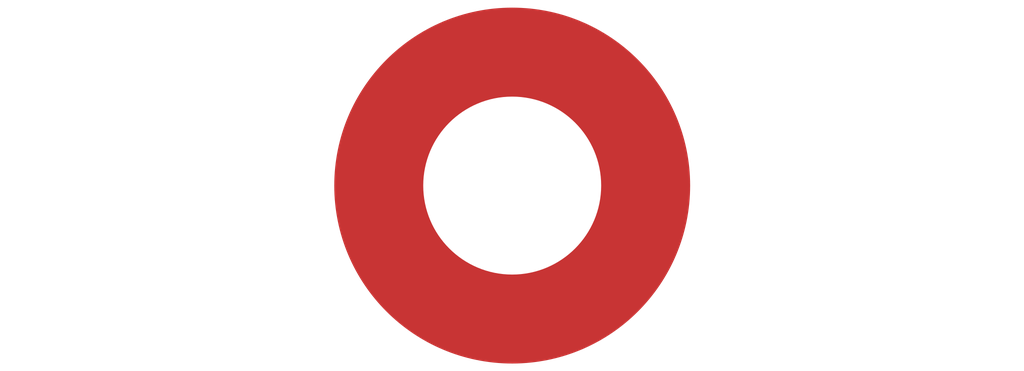
<source format=kicad_pcb>
(kicad_pcb (version 20240108) (generator pcbnew)
  (layers (0 "F.Cu" signal) (31 "B.Cu" signal) (34 "B.Paste" user) (35 "F.Paste" user) (36 "B.SilkS" user "B.Silkscreen") (37 "F.SilkS" user "F.Silkscreen") (38 "B.Mask" user) (39 "F.Mask" user) (44 "Edge.Cuts" user))
  (net 0 "")
  (footprint "MountingHole_6.4mm_M6_Pad_TopOnly" (layer "F.Cu") (at 0 0)
    (property "Reference" "REF**")
    (property "Value" "MountingHole_6.4mm_M6_Pad_TopOnly")
    (pad "1" thru_hole circle (at 0 0) (size 6.8 6.8) (drill 6.4) (layers *.Cu *.Mask) (remove_unused_layers))
    (pad "1" connect circle (at 0 0) (size 12.8 12.8) (layers "F.Cu" "F.Mask"))
  )
)
</source>
